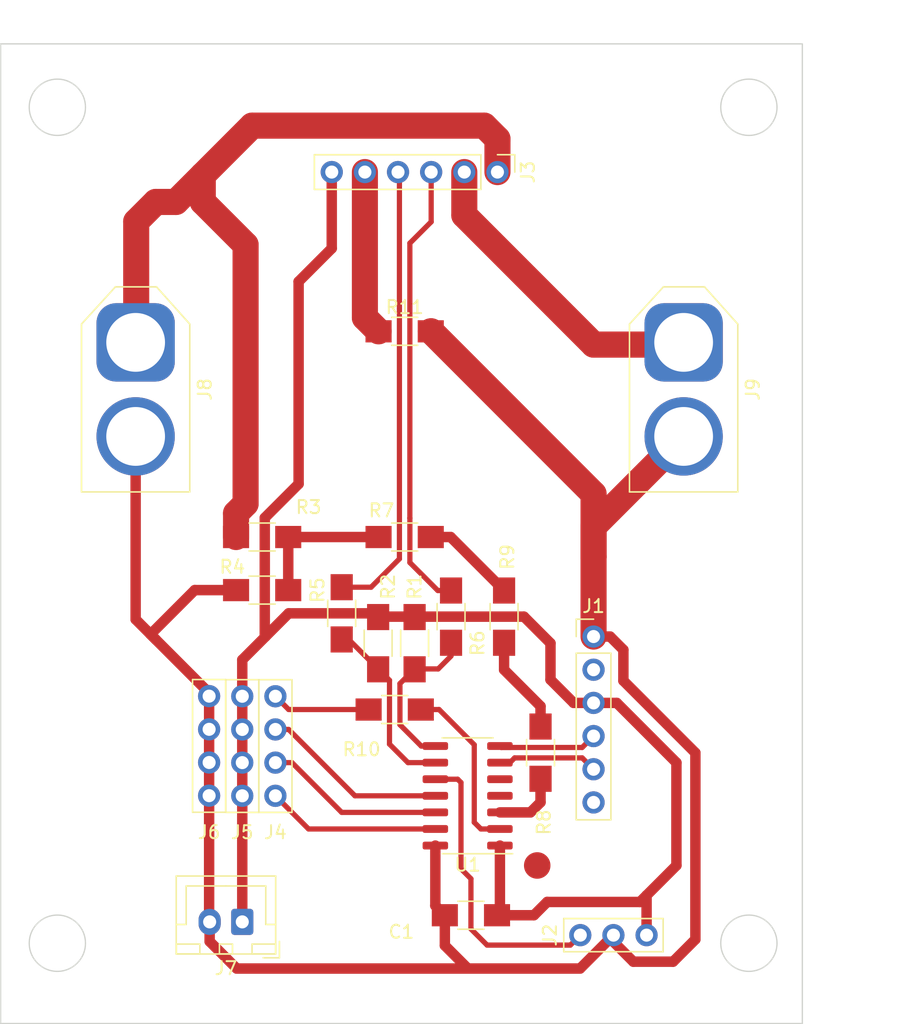
<source format=kicad_pcb>
(kicad_pcb (version 20211014) (generator pcbnew)
  (layers (0 "F.Cu" signal) (31 "B.Cu" signal) (34 "B.Paste" user) (35 "F.Paste" user) (36 "B.SilkS" user "B.Silkscreen") (37 "F.SilkS" user "F.Silkscreen") (38 "B.Mask" user) (39 "F.Mask" user) (44 "Edge.Cuts" user))
  (net 0 "")
  (net 1 "GND")
  (net 2 "+5V")
  (net 4 "TX")
  (net 5 "RX")
  (net 7 "UPDI")
  (net 8 "SCL")
  (net 9 "SDA")
  (net 10 "CH7")
  (net 11 "CH6")
  (net 12 "ESC")
  (net 13 "CH3")
  (net 14 "S-IN")
  (net 15 "S-OUT")
  (net 16 "Vin-")
  (net 17 "SOLAR")
  (net 18 "VREF")
  (footprint "fab:R_1206" (layer "F.Cu") (at 116.586 113.03 -90)
    (fp_text reference "R1" (at -4.318 -2.794 -90) (layer "F.SilkS"))
    (fp_text value "4.99kOhm")
    (fp_line (start -1 -1.07) (end 1 -1.07) (layer "F.SilkS") (width 0.12))
    (fp_line (start 1 1.07) (end -1 1.07) (layer "F.SilkS") (width 0.12))
    (pad "1" smd rect locked (at -2 0 270) (size 2 1.7) (layers "F.Cu" "F.Paste" "F.Mask") (net 2 "+5V"))
    (pad "2" smd rect locked (at 2 0 270) (size 2 1.7) (layers "F.Cu" "F.Paste" "F.Mask") (net 8 "SCL"))
  )
  (footprint "fab:R_1206" (layer "F.Cu") (at 117.856 118.11)
    (fp_text reference "R10" (at -2.54 3.048) (layer "F.SilkS"))
    (fp_text value "0 Ohm")
    (fp_line (start 1 1.07) (end -1 1.07) (layer "F.SilkS") (width 0.12))
    (fp_line (start -1 -1.07) (end 1 -1.07) (layer "F.SilkS") (width 0.12))
    (pad "1" smd rect locked (at -2 0) (size 2 1.7) (layers "F.Cu" "F.Paste" "F.Mask") (net 13 "CH3"))
    (pad "2" smd rect locked (at 2 0) (size 2 1.7) (layers "F.Cu" "F.Paste" "F.Mask") (net 13 "CH3"))
  )
  (footprint "fab:PinHeader_1x06_P2.54mm_Vertical_THT_D1mm" (layer "F.Cu") (at 133.096 112.522)
    (fp_text reference "J1" (at 0 -2.33) (layer "F.SilkS"))
    (fp_text value "FTDI")
    (fp_line (start -1.33 0) (end -1.33 -1.33) (layer "F.SilkS") (width 0.12))
    (fp_line (start 1.33 1.27) (end 1.33 14.03) (layer "F.SilkS") (width 0.12))
    (fp_line (start -1.33 14.03) (end 1.33 14.03) (layer "F.SilkS") (width 0.12))
    (fp_line (start -1.33 -1.33) (end 0 -1.33) (layer "F.SilkS") (width 0.12))
    (fp_line (start -1.33 1.27) (end -1.33 14.03) (layer "F.SilkS") (width 0.12))
    (fp_line (start -1.33 1.27) (end 1.33 1.27) (layer "F.SilkS") (width 0.12))
    (pad "1" thru_hole circle locked (at 0 0) (size 1.7 1.7) (drill 1) (layers *.Cu *.Mask) (net 1 "GND"))
    (pad "2" thru_hole oval locked (at 0 2.54) (size 1.7 1.7) (drill 1) (layers *.Cu *.Mask))
    (pad "3" thru_hole oval locked (at 0 5.08) (size 1.7 1.7) (drill 1) (layers *.Cu *.Mask) (net 2 "+5V"))
    (pad "4" thru_hole oval locked (at 0 7.62) (size 1.7 1.7) (drill 1) (layers *.Cu *.Mask) (net 4 "TX"))
    (pad "5" thru_hole oval locked (at 0 10.16) (size 1.7 1.7) (drill 1) (layers *.Cu *.Mask) (net 5 "RX"))
    (pad "6" thru_hole oval locked (at 0 12.7) (size 1.7 1.7) (drill 1) (layers *.Cu *.Mask))
  )
  (footprint "Connector_AMASS:AMASS_XT60-F_1x02_P7.20mm_Vertical" (layer "F.Cu") (at 140 90 -90)
    (fp_text reference "J9" (at 3.6 -5.3 90) (layer "F.SilkS"))
    (fp_text value "TO-ESC")
    (fp_line (start 11.45 4.15) (end 11.45 -4.15) (layer "F.SilkS") (width 0.12))
    (fp_line (start -4.25 1.55) (end -1.4 4.15) (layer "F.SilkS") (width 0.12))
    (fp_line (start -1.4 -4.15) (end -4.25 -1.6) (layer "F.SilkS") (width 0.12))
    (fp_line (start -1.4 4.15) (end 11.45 4.15) (layer "F.SilkS") (width 0.12))
    (fp_line (start 11.45 -4.15) (end -1.4 -4.15) (layer "F.SilkS") (width 0.12))
    (fp_line (start -4.25 -1.6) (end -4.25 1.55) (layer "F.SilkS") (width 0.12))
    (pad "1" thru_hole roundrect (at 0 0 270) (size 6 6) (drill 4.5) (layers *.Cu *.Mask) (net 16 "Vin-"))
    (pad "2" thru_hole circle (at 7.2 0 270) (size 6 6) (drill 4.5) (layers *.Cu *.Mask) (net 1 "GND"))
  )
  (footprint "fab:R_1206" (layer "F.Cu") (at 126.238 110.998 90)
    (fp_text reference "R9" (at 4.572 0.254 90) (layer "F.SilkS"))
    (fp_text value "0 Ohm")
    (fp_line (start 1 1.07) (end -1 1.07) (layer "F.SilkS") (width 0.12))
    (fp_line (start -1 -1.07) (end 1 -1.07) (layer "F.SilkS") (width 0.12))
    (pad "1" smd rect locked (at -2 0 90) (size 2 1.7) (layers "F.Cu" "F.Paste" "F.Mask") (net 18 "VREF"))
    (pad "2" smd rect locked (at 2 0 90) (size 2 1.7) (layers "F.Cu" "F.Paste" "F.Mask") (net 18 "VREF"))
  )
  (footprint "Connector_JST:JST_XH_B2B-XH-A_1x02_P2.50mm_Vertical" (layer "F.Cu") (at 106.172 134.366 180)
    (fp_text reference "J7" (at 1.25 -3.55) (layer "F.SilkS"))
    (fp_text value "BAT 5-9V")
    (fp_line (start -2.56 3.51) (end 5.06 3.51) (layer "F.SilkS") (width 0.12))
    (fp_line (start -1.6 -2.75) (end -2.85 -2.75) (layer "F.SilkS") (width 0.12))
    (fp_line (start 3.25 -2.45) (end 3.25 -1.7) (layer "F.SilkS") (width 0.12))
    (fp_line (start 0.75 -1.7) (end 1.75 -1.7) (layer "F.SilkS") (width 0.12))
    (fp_line (start -2.85 -2.75) (end -2.85 -1.5) (layer "F.SilkS") (width 0.12))
    (fp_line (start 1.75 -1.7) (end 1.75 -2.45) (layer "F.SilkS") (width 0.12))
    (fp_line (start 0.75 -2.45) (end 0.75 -1.7) (layer "F.SilkS") (width 0.12))
    (fp_line (start -0.75 -2.45) (end -2.55 -2.45) (layer "F.SilkS") (width 0.12))
    (fp_line (start -2.55 -1.7) (end -0.75 -1.7) (layer "F.SilkS") (width 0.12))
    (fp_line (start 5.05 -2.45) (end 3.25 -2.45) (layer "F.SilkS") (width 0.12))
    (fp_line (start 3.25 -1.7) (end 5.05 -1.7) (layer "F.SilkS") (width 0.12))
    (fp_line (start -2.55 -2.45) (end -2.55 -1.7) (layer "F.SilkS") (width 0.12))
    (fp_line (start 5.05 -0.2) (end 4.3 -0.2) (layer "F.SilkS") (width 0.12))
    (fp_line (start 4.3 -0.2) (end 4.3 2.75) (layer "F.SilkS") (width 0.12))
    (fp_line (start 5.05 -1.7) (end 5.05 -2.45) (layer "F.SilkS") (width 0.12))
    (fp_line (start -2.56 -2.46) (end -2.56 3.51) (layer "F.SilkS") (width 0.12))
    (fp_line (start -1.8 2.75) (end 1.25 2.75) (layer "F.SilkS") (width 0.12))
    (fp_line (start 1.75 -2.45) (end 0.75 -2.45) (layer "F.SilkS") (width 0.12))
    (fp_line (start 4.3 2.75) (end 1.25 2.75) (layer "F.SilkS") (width 0.12))
    (fp_line (start 5.06 -2.46) (end -2.56 -2.46) (layer "F.SilkS") (width 0.12))
    (fp_line (start 5.06 3.51) (end 5.06 -2.46) (layer "F.SilkS") (width 0.12))
    (fp_line (start -1.8 -0.2) (end -1.8 2.75) (layer "F.SilkS") (width 0.12))
    (fp_line (start -0.75 -1.7) (end -0.75 -2.45) (layer "F.SilkS") (width 0.12))
    (fp_line (start -2.55 -0.2) (end -1.8 -0.2) (layer "F.SilkS") (width 0.12))
    (pad "1" thru_hole roundrect (at 0 0 180) (size 1.7 2) (drill 1) (layers *.Cu *.Mask) (roundrect_rratio 0.1470588235) (net 2 "+5V"))
    (pad "2" thru_hole oval (at 2.5 0 180) (size 1.7 2) (drill 1) (layers *.Cu *.Mask) (net 1 "GND"))
  )
  (footprint "fab:R_1206" (layer "F.Cu") (at 119.38 113.03 90)
    (fp_text reference "R2" (at 4.318 -2.032 90) (layer "F.SilkS"))
    (fp_text value "4.99kOhm")
    (fp_line (start 1 1.07) (end -1 1.07) (layer "F.SilkS") (width 0.12))
    (fp_line (start -1 -1.07) (end 1 -1.07) (layer "F.SilkS") (width 0.12))
    (pad "1" smd rect locked (at -2 0 90) (size 2 1.7) (layers "F.Cu" "F.Paste" "F.Mask") (net 9 "SDA"))
    (pad "2" smd rect locked (at 2 0 90) (size 2 1.7) (layers "F.Cu" "F.Paste" "F.Mask") (net 2 "+5V"))
  )
  (footprint "Connector_AMASS:AMASS_XT60-F_1x02_P7.20mm_Vertical" (layer "F.Cu") (at 98 90 -90)
    (fp_text reference "J8" (at 3.6 -5.3 90) (layer "F.SilkS"))
    (fp_text value "IN-SOLAR")
    (fp_line (start -4.25 1.55) (end -1.4 4.15) (layer "F.SilkS") (width 0.12))
    (fp_line (start 11.45 -4.15) (end -1.4 -4.15) (layer "F.SilkS") (width 0.12))
    (fp_line (start -1.4 -4.15) (end -4.25 -1.6) (layer "F.SilkS") (width 0.12))
    (fp_line (start -1.4 4.15) (end 11.45 4.15) (layer "F.SilkS") (width 0.12))
    (fp_line (start -4.25 -1.6) (end -4.25 1.55) (layer "F.SilkS") (width 0.12))
    (fp_line (start 11.45 4.15) (end 11.45 -4.15) (layer "F.SilkS") (width 0.12))
    (pad "1" thru_hole roundrect (at 0 0 270) (size 6 6) (drill 4.5) (layers *.Cu *.Mask) (net 17 "SOLAR"))
    (pad "2" thru_hole circle (at 7.2 0 270) (size 6 6) (drill 4.5) (layers *.Cu *.Mask) (net 1 "GND"))
  )
  (footprint "fab:R_1206" (layer "F.Cu") (at 113.792 110.744 90)
    (fp_text reference "R5" (at 1.778 -1.85 90) (layer "F.SilkS"))
    (fp_text value "0 Ohm")
    (fp_line (start 1 1.07) (end -1 1.07) (layer "F.SilkS") (width 0.12))
    (fp_line (start -1 -1.07) (end 1 -1.07) (layer "F.SilkS") (width 0.12))
    (pad "1" smd rect locked (at -2 0 90) (size 2 1.7) (layers "F.Cu" "F.Paste" "F.Mask") (net 8 "SCL"))
    (pad "2" smd rect locked (at 2 0 90) (size 2 1.7) (layers "F.Cu" "F.Paste" "F.Mask") (net 8 "SCL"))
  )
  (footprint "fab:R_1206" (layer "F.Cu") (at 107.696 104.902)
    (fp_text reference "R3" (at 3.556 -2.286) (layer "F.SilkS"))
    (fp_text value "330K")
    (fp_line (start -1 -1.07) (end 1 -1.07) (layer "F.SilkS") (width 0.12))
    (fp_line (start 1 1.07) (end -1 1.07) (layer "F.SilkS") (width 0.12))
    (pad "1" smd rect locked (at -2 0) (size 2 1.7) (layers "F.Cu" "F.Paste" "F.Mask") (net 17 "SOLAR"))
    (pad "2" smd rect locked (at 2 0) (size 2 1.7) (layers "F.Cu" "F.Paste" "F.Mask") (net 18 "VREF"))
  )
  (footprint "fab:PinHeader_1x06_P2.54mm_Vertical_THT_D1mm" (layer "F.Cu") (at 125.73 76.962 -90)
    (fp_text reference "J3" (at 0 -2.33 90) (layer "F.SilkS"))
    (fp_text value "I2C")
    (fp_line (start -1.33 -1.33) (end 0 -1.33) (layer "F.SilkS") (width 0.12))
    (fp_line (start -1.33 1.27) (end 1.33 1.27) (layer "F.SilkS") (width 0.12))
    (fp_line (start -1.33 1.27) (end -1.33 14.03) (layer "F.SilkS") (width 0.12))
    (fp_line (start -1.33 0) (end -1.33 -1.33) (layer "F.SilkS") (width 0.12))
    (fp_line (start -1.33 14.03) (end 1.33 14.03) (layer "F.SilkS") (width 0.12))
    (fp_line (start 1.33 1.27) (end 1.33 14.03) (layer "F.SilkS") (width 0.12))
    (pad "1" thru_hole circle locked (at 0 0 270) (size 1.7 1.7) (drill 1) (layers *.Cu *.Mask) (net 17 "SOLAR"))
    (pad "2" thru_hole oval locked (at 0 2.54 270) (size 1.7 1.7) (drill 1) (layers *.Cu *.Mask) (net 16 "Vin-"))
    (pad "3" thru_hole oval locked (at 0 5.08 270) (size 1.7 1.7) (drill 1) (layers *.Cu *.Mask) (net 9 "SDA"))
    (pad "4" thru_hole oval locked (at 0 7.62 270) (size 1.7 1.7) (drill 1) (layers *.Cu *.Mask) (net 8 "SCL"))
    (pad "5" thru_hole oval locked (at 0 10.16 270) (size 1.7 1.7) (drill 1) (layers *.Cu *.Mask) (net 1 "GND"))
    (pad "6" thru_hole oval locked (at 0 12.7 270) (size 1.7 1.7) (drill 1) (layers *.Cu *.Mask) (net 2 "+5V"))
  )
  (footprint "fab:PinHeader_1x04_P2.54mm_Vertical_THT_D1mm" (layer "F.Cu") (at 108.712 117.094)
    (fp_text reference "J4" (at 0 10.414) (layer "F.SilkS"))
    (fp_text value "Servo Signal")
    (fp_line (start -1.27 -1.27) (end -1.27 8.89) (layer "F.SilkS") (width 0.12))
    (fp_line (start -1.27 -1.27) (end 1.27 -1.27) (layer "F.SilkS") (width 0.12))
    (fp_line (start -1.27 8.89) (end 1.27 8.89) (layer "F.SilkS") (width 0.12))
    (fp_line (start 1.27 -1.27) (end 1.27 8.89) (layer "F.SilkS") (width 0.12))
    (pad "1" thru_hole oval locked (at 0 0) (size 1.7 1.7) (drill 1) (layers *.Cu *.Mask) (net 13 "CH3"))
    (pad "2" thru_hole oval locked (at 0 2.54) (size 1.7 1.7) (drill 1) (layers *.Cu *.Mask) (net 10 "CH7"))
    (pad "3" thru_hole oval locked (at 0 5.08) (size 1.7 1.7) (drill 1) (layers *.Cu *.Mask) (net 11 "CH6"))
    (pad "4" thru_hole oval locked (at 0 7.62) (size 1.7 1.7) (drill 1) (layers *.Cu *.Mask) (net 12 "ESC"))
  )
  (footprint "fab:R_1206" (layer "F.Cu") (at 118.618 104.902)
    (fp_text reference "R7" (at -1.778 -2.032) (layer "F.SilkS"))
    (fp_text value "0 Ohm")
    (fp_line (start 1 1.07) (end -1 1.07) (layer "F.SilkS") (width 0.12))
    (fp_line (start -1 -1.07) (end 1 -1.07) (layer "F.SilkS") (width 0.12))
    (pad "1" smd rect locked (at -2 0) (size 2 1.7) (layers "F.Cu" "F.Paste" "F.Mask") (net 18 "VREF"))
    (pad "2" smd rect locked (at 2 0) (size 2 1.7) (layers "F.Cu" "F.Paste" "F.Mask") (net 18 "VREF"))
  )
  (footprint "Package_SO:SOIC-14_3.9x8.7mm_P1.27mm" (layer "F.Cu") (at 123.444 124.714 180)
    (fp_text reference "U1" (at 0 -5.28) (layer "F.SilkS"))
    (fp_text value "ATtiny1614-SS")
    (fp_line (start 0 4.435) (end 1.95 4.435) (layer "F.SilkS") (width 0.12))
    (fp_line (start 0 -4.435) (end 1.95 -4.435) (layer "F.SilkS") (width 0.12))
    (fp_line (start 0 4.435) (end -1.95 4.435) (layer "F.SilkS") (width 0.12))
    (fp_line (start 0 -4.435) (end -3.45 -4.435) (layer "F.SilkS") (width 0.12))
    (pad "1" smd roundrect (at -2.475 -3.81 180) (size 1.95 0.6) (layers "F.Cu" "F.Paste" "F.Mask") (net 2 "+5V"))
    (pad "2" smd roundrect (at -2.475 -2.54 180) (size 1.95 0.6) (layers "F.Cu" "F.Paste" "F.Mask") (net 13 "CH3"))
    (pad "3" smd roundrect (at -2.475 -1.27 180) (size 1.95 0.6) (layers "F.Cu" "F.Paste" "F.Mask") (net 18 "VREF"))
    (pad "4" smd roundrect (at -2.475 0 180) (size 1.95 0.6) (layers "F.Cu" "F.Paste" "F.Mask") (net 14 "S-IN"))
    (pad "5" smd roundrect (at -2.475 1.27 180) (size 1.95 0.6) (layers "F.Cu" "F.Paste" "F.Mask") (net 15 "S-OUT"))
    (pad "6" smd roundrect (at -2.475 2.54 180) (size 1.95 0.6) (layers "F.Cu" "F.Paste" "F.Mask") (net 5 "RX"))
    (pad "7" smd roundrect (at -2.475 3.81 180) (size 1.95 0.6) (layers "F.Cu" "F.Paste" "F.Mask") (net 4 "TX"))
    (pad "8" smd roundrect (at 2.475 3.81 180) (size 1.95 0.6) (layers "F.Cu" "F.Paste" "F.Mask") (net 9 "SDA"))
    (pad "9" smd roundrect (at 2.475 2.54 180) (size 1.95 0.6) (layers "F.Cu" "F.Paste" "F.Mask") (net 8 "SCL"))
    (pad "10" smd roundrect (at 2.475 1.27 180) (size 1.95 0.6) (layers "F.Cu" "F.Paste" "F.Mask") (net 7 "UPDI"))
    (pad "11" smd roundrect (at 2.475 0 180) (size 1.95 0.6) (layers "F.Cu" "F.Paste" "F.Mask") (net 10 "CH7"))
    (pad "12" smd roundrect (at 2.475 -1.27 180) (size 1.95 0.6) (layers "F.Cu" "F.Paste" "F.Mask") (net 11 "CH6"))
    (pad "13" smd roundrect (at 2.475 -2.54 180) (size 1.95 0.6) (layers "F.Cu" "F.Paste" "F.Mask") (net 12 "ESC"))
    (pad "14" smd roundrect (at 2.475 -3.81 180) (size 1.95 0.6) (layers "F.Cu" "F.Paste" "F.Mask") (net 1 "GND"))
  )
  (footprint "fab:C_1206" (layer "F.Cu") (at 123.698 133.858 180)
    (fp_text reference "C1" (at 5.334 -1.27) (layer "F.SilkS"))
    (fp_text value "1uF")
    (fp_line (start -1 -1.07) (end 1 -1.07) (layer "F.SilkS") (width 0.12))
    (fp_line (start 1 1.07) (end -1 1.07) (layer "F.SilkS") (width 0.12))
    (pad "1" smd rect locked (at -2 0 180) (size 2 1.7) (layers "F.Cu" "F.Paste" "F.Mask") (net 2 "+5V"))
    (pad "2" smd rect locked (at 2 0 180) (size 2 1.7) (layers "F.Cu" "F.Paste" "F.Mask") (net 1 "GND"))
  )
  (footprint "fab:PinHeader_1x04_P2.54mm_Vertical_THT_D1mm" (layer "F.Cu") (at 106.172 124.714 180)
    (fp_text reference "J5" (at 0 -2.794) (layer "F.SilkS"))
    (fp_text value "Servo +5V")
    (fp_line (start 1.27 -1.27) (end 1.27 8.89) (layer "F.SilkS") (width 0.12))
    (fp_line (start -1.27 -1.27) (end 1.27 -1.27) (layer "F.SilkS") (width 0.12))
    (fp_line (start -1.27 8.89) (end 1.27 8.89) (layer "F.SilkS") (width 0.12))
    (fp_line (start -1.27 -1.27) (end -1.27 8.89) (layer "F.SilkS") (width 0.12))
    (pad "1" thru_hole oval locked (at 0 0 180) (size 1.7 1.7) (drill 1) (layers *.Cu *.Mask) (net 2 "+5V"))
    (pad "2" thru_hole oval locked (at 0 2.54 180) (size 1.7 1.7) (drill 1) (layers *.Cu *.Mask) (net 2 "+5V"))
    (pad "3" thru_hole oval locked (at 0 5.08 180) (size 1.7 1.7) (drill 1) (layers *.Cu *.Mask) (net 2 "+5V"))
    (pad "4" thru_hole oval locked (at 0 7.62 180) (size 1.7 1.7) (drill 1) (layers *.Cu *.Mask) (net 2 "+5V"))
  )
  (footprint "fab:R_1206" (layer "F.Cu") (at 129.032 121.412 90)
    (fp_text reference "R8" (at -5.334 0.254 90) (layer "F.SilkS"))
    (fp_text value "0 Ohm")
    (fp_line (start -1 -1.07) (end 1 -1.07) (layer "F.SilkS") (width 0.12))
    (fp_line (start 1 1.07) (end -1 1.07) (layer "F.SilkS") (width 0.12))
    (pad "1" smd rect locked (at -2 0 90) (size 2 1.7) (layers "F.Cu" "F.Paste" "F.Mask") (net 18 "VREF"))
    (pad "2" smd rect locked (at 2 0 90) (size 2 1.7) (layers "F.Cu" "F.Paste" "F.Mask") (net 18 "VREF"))
  )
  (footprint "fab:PinHeader_1x03_P2.54mm_Vertical_THT_D1mm" (layer "F.Cu") (at 132.08 135.382 90)
    (fp_text reference "J2" (at 0 -2.33 90) (layer "F.SilkS"))
    (fp_text value "UPDI")
    (fp_line (start 1.27 -1.27) (end 1.27 6.35) (layer "F.SilkS") (width 0.12))
    (fp_line (start -1.27 -1.27) (end 1.27 -1.27) (layer "F.SilkS") (width 0.12))
    (fp_line (start -1.27 6.35) (end 1.27 6.35) (layer "F.SilkS") (width 0.12))
    (fp_line (start -1.27 -1.27) (end -1.27 6.35) (layer "F.SilkS") (width 0.12))
    (pad "1" thru_hole oval locked (at 0 0 90) (size 1.7 1.7) (drill 1) (layers *.Cu *.Mask) (net 7 "UPDI"))
    (pad "2" thru_hole oval locked (at 0 2.54 90) (size 1.7 1.7) (drill 1) (layers *.Cu *.Mask) (net 1 "GND"))
    (pad "3" thru_hole oval locked (at 0 5.08 90) (size 1.7 1.7) (drill 1) (layers *.Cu *.Mask) (net 2 "+5V"))
  )
  (footprint "fab:R_1206" (layer "F.Cu") (at 118.618 89.154)
    (fp_text reference "R11" (at 0 -1.85) (layer "F.SilkS"))
    (fp_text value "0 Ohm")
    (fp_line (start 1 1.07) (end -1 1.07) (layer "F.SilkS") (width 0.12))
    (fp_line (start -1 -1.07) (end 1 -1.07) (layer "F.SilkS") (width 0.12))
    (pad "1" smd rect locked (at -2 0) (size 2 1.7) (layers "F.Cu" "F.Paste" "F.Mask") (net 1 "GND"))
    (pad "2" smd rect locked (at 2 0) (size 2 1.7) (layers "F.Cu" "F.Paste" "F.Mask") (net 1 "GND"))
  )
  (footprint "fab:R_1206" (layer "F.Cu") (at 107.696 108.966 180)
    (fp_text reference "R4" (at 2.286 1.778) (layer "F.SilkS"))
    (fp_text value "6.8K")
    (fp_line (start -1 -1.07) (end 1 -1.07) (layer "F.SilkS") (width 0.12))
    (fp_line (start 1 1.07) (end -1 1.07) (layer "F.SilkS") (width 0.12))
    (pad "1" smd rect locked (at -2 0 180) (size 2 1.7) (layers "F.Cu" "F.Paste" "F.Mask") (net 18 "VREF"))
    (pad "2" smd rect locked (at 2 0 180) (size 2 1.7) (layers "F.Cu" "F.Paste" "F.Mask") (net 1 "GND"))
  )
  (footprint "fab:PinHeader_1x04_P2.54mm_Vertical_THT_D1mm" (layer "F.Cu") (at 103.632 124.704 180)
    (fp_text reference "J6" (at 0 -2.794) (layer "F.SilkS"))
    (fp_text value "Servo GND")
    (fp_line (start -1.27 -1.27) (end 1.27 -1.27) (layer "F.SilkS") (width 0.12))
    (fp_line (start 1.27 -1.27) (end 1.27 8.89) (layer "F.SilkS") (width 0.12))
    (fp_line (start -1.27 8.89) (end 1.27 8.89) (layer "F.SilkS") (width 0.12))
    (fp_line (start -1.27 -1.27) (end -1.27 8.89) (layer "F.SilkS") (width 0.12))
    (pad "1" thru_hole oval locked (at 0 0 180) (size 1.7 1.7) (drill 1) (layers *.Cu *.Mask) (net 1 "GND"))
    (pad "2" thru_hole oval locked (at 0 2.54 180) (size 1.7 1.7) (drill 1) (layers *.Cu *.Mask) (net 1 "GND"))
    (pad "3" thru_hole oval locked (at 0 5.08 180) (size 1.7 1.7) (drill 1) (layers *.Cu *.Mask) (net 1 "GND"))
    (pad "4" thru_hole oval locked (at 0 7.62 180) (size 1.7 1.7) (drill 1) (layers *.Cu *.Mask) (net 1 "GND"))
  )
  (footprint "fab:R_1206" (layer "F.Cu") (at 122.174 110.998 -90)
    (fp_text reference "R6" (at 2.032 -2.032 -90) (layer "F.SilkS"))
    (fp_text value "0 Ohm")
    (fp_line (start -1 -1.07) (end 1 -1.07) (layer "F.SilkS") (width 0.12))
    (fp_line (start 1 1.07) (end -1 1.07) (layer "F.SilkS") (width 0.12))
    (pad "1" smd rect locked (at -2 0 270) (size 2 1.7) (layers "F.Cu" "F.Paste" "F.Mask") (net 9 "SDA"))
    (pad "2" smd rect locked (at 2 0 270) (size 2 1.7) (layers "F.Cu" "F.Paste" "F.Mask") (net 9 "SDA"))
  )
  (gr_circle (center 128.778 130.048) (end 129.69381 130.048) (layer "F.Cu") (width 0.2) (fill solid))
  (gr_circle (center 145 136) (end 147.155261 136) (layer "Edge.Cuts") (width 0.1) (fill none))
  (gr_circle (center 145 72) (end 147.155261 72) (layer "Edge.Cuts") (width 0.1) (fill none))
  (gr_rect (start 87.654 67.148) (end 149.098 142.148) (layer "Edge.Cuts") (width 0.1) (fill none))
  (gr_circle (center 92 72) (end 94.155261 72) (layer "Edge.Cuts") (width 0.1) (fill none))
  (gr_circle (center 92 136) (end 94.155261 136) (layer "Edge.Cuts") (width 0.1) (fill none))
  (segment (start 102.528 108.966) (end 105.696 108.966) (width 0.8) (layer "F.Cu") (net 1))
  (segment (start 115.57 76.962) (end 115.57 88.106) (width 2) (layer "F.Cu") (net 1))
  (segment (start 133.096 101.6) (end 133.096 106.426) (width 2) (layer "F.Cu") (net 1))
  (segment (start 133.096 106.426) (end 133.096 112.522) (width 2) (layer "F.Cu") (net 1))
  (segment (start 103.632 134.326) (end 103.672 134.366) (width 0.8) (layer "F.Cu") (net 1))
  (segment (start 121.698 133.858) (end 120.969 133.129) (width 0.8) (layer "F.Cu") (net 1))
  (segment (start 105.74448 137.93848) (end 123.46048 137.93848) (width 0.8) (layer "F.Cu") (net 1))
  (segment (start 133.096 112.522) (end 133.604 112.522) (width 0.8) (layer "F.Cu") (net 1))
  (segment (start 133.096 106.426) (end 133.096 104.104) (width 2) (layer "F.Cu") (net 1))
  (segment (start 115.57 88.106) (end 116.618 89.154) (width 2) (layer "F.Cu") (net 1))
  (segment (start 134.62 135.89) (end 136.144 137.414) (width 0.8) (layer "F.Cu") (net 1))
  (segment (start 132.06352 137.93848) (end 134.62 135.382) (width 0.8) (layer "F.Cu") (net 1))
  (segment (start 136.144 137.414) (end 139.192 137.414) (width 0.8) (layer "F.Cu") (net 1))
  (segment (start 134.62 135.382) (end 134.62 135.89) (width 0.8) (layer "F.Cu") (net 1))
  (segment (start 103.672 134.366) (end 103.672 135.866) (width 0.8) (layer "F.Cu") (net 1))
  (segment (start 121.698 133.858) (end 121.698 136.176) (width 0.8) (layer "F.Cu") (net 1))
  (segment (start 121.698 136.176) (end 123.46048 137.93848) (width 0.8) (layer "F.Cu") (net 1))
  (segment (start 140.89952 135.70648) (end 140.89952 121.423142) (width 0.8) (layer "F.Cu") (net 1))
  (segment (start 134.366 112.522) (end 133.096 112.522) (width 0.8) (layer "F.Cu") (net 1))
  (segment (start 133.096 104.104) (end 140 97.2) (width 2) (layer "F.Cu") (net 1))
  (segment (start 99.143 112.351) (end 102.528 108.966) (width 0.8) (layer "F.Cu") (net 1))
  (segment (start 120.969 133.129) (end 120.969 128.524) (width 0.8) (layer "F.Cu") (net 1))
  (segment (start 135.382 113.538) (end 134.366 112.522) (width 0.8) (layer "F.Cu") (net 1))
  (segment (start 98 97.2) (end 98 111.208) (width 0.8) (layer "F.Cu") (net 1))
  (segment (start 135.382 115.905622) (end 135.382 113.538) (width 0.8) (layer "F.Cu") (net 1))
  (segment (start 120.618 89.154) (end 120.65 89.154) (width 2) (layer "F.Cu") (net 1))
  (segment (start 120.65 89.154) (end 133.096 101.6) (width 2) (layer "F.Cu") (net 1))
  (segment (start 99.143 112.351) (end 103.632 116.84) (width 0.8) (layer "F.Cu") (net 1))
  (segment (start 103.632 116.84) (end 103.632 134.326) (width 0.8) (layer "F.Cu") (net 1))
  (segment (start 140.89952 121.423142) (end 135.382 115.905622) (width 0.8) (layer "F.Cu") (net 1))
  (segment (start 123.46048 137.93848) (end 132.06352 137.93848) (width 0.8) (layer "F.Cu") (net 1))
  (segment (start 103.672 135.866) (end 105.74448 137.93848) (width 0.8) (layer "F.Cu") (net 1))
  (segment (start 139.192 137.414) (end 140.89952 135.70648) (width 0.8) (layer "F.Cu") (net 1))
  (segment (start 98 111.208) (end 99.568 112.776) (width 0.8) (layer "F.Cu") (net 1))
  (segment (start 113.03 82.804) (end 110.49 85.344) (width 0.8) (layer "F.Cu") (net 2))
  (segment (start 129.794 115.824) (end 129.794 113.03) (width 0.8) (layer "F.Cu") (net 2))
  (segment (start 139.446 130.048) (end 139.446 122.174) (width 0.8) (layer "F.Cu") (net 2))
  (segment (start 107.896489 112.468489) (end 107.95 112.522) (width 0.8) (layer "F.Cu") (net 2))
  (segment (start 137.16 132.334) (end 139.446 130.048) (width 0.8) (layer "F.Cu") (net 2))
  (segment (start 119.412 110.998) (end 119.38 111.03) (width 0.8) (layer "F.Cu") (net 2))
  (segment (start 107.896489 103.431511) (end 107.896489 112.468489) (width 0.8) (layer "F.Cu") (net 2))
  (segment (start 129.794 113.03) (end 127.762 110.998) (width 0.8) (layer "F.Cu") (net 2))
  (segment (start 131.572 117.602) (end 129.794 115.824) (width 0.8) (layer "F.Cu") (net 2))
  (segment (start 125.919 133.637) (end 125.698 133.858) (width 0.8) (layer "F.Cu") (net 2))
  (segment (start 136.652 132.842) (end 137.16 132.334) (width 0.8) (layer "F.Cu") (net 2))
  (segment (start 139.446 122.174) (end 134.874 117.602) (width 0.8) (layer "F.Cu") (net 2))
  (segment (start 137.16 135.382) (end 137.16 132.334) (width 0.8) (layer "F.Cu") (net 2))
  (segment (start 106.172 114.3) (end 107.95 112.522) (width 0.8) (layer "F.Cu") (net 2))
  (segment (start 133.096 117.602) (end 131.572 117.602) (width 0.8) (layer "F.Cu") (net 2))
  (segment (start 106.172 134.366) (end 106.172 114.3) (width 0.8) (layer "F.Cu") (net 2))
  (segment (start 110.49 85.344) (end 110.49 100.838) (width 0.8) (layer "F.Cu") (net 2))
  (segment (start 116.3 110.744) (end 116.586 111.03) (width 0.8) (layer "F.Cu") (net 2))
  (segment (start 125.698 133.858) (end 128.524 133.858) (width 0.8) (layer "F.Cu") (net 2))
  (segment (start 110.49 100.838) (end 107.896489 103.431511) (width 0.8) (layer "F.Cu") (net 2))
  (segment (start 109.728 110.744) (end 116.3 110.744) (width 0.8) (layer "F.Cu") (net 2))
  (segment (start 107.95 112.522) (end 109.728 110.744) (width 0.8) (layer "F.Cu") (net 2))
  (segment (start 113.03 76.962) (end 113.03 82.804) (width 0.8) (layer "F.Cu") (net 2))
  (segment (start 132.842 117.602) (end 133.096 117.602) (width 0.8) (layer "F.Cu") (net 2))
  (segment (start 116.257022 110.998) (end 119.708978 110.998) (width 0.8) (layer "F.Cu") (net 2))
  (segment (start 129.54 132.842) (end 136.652 132.842) (width 0.8) (layer "F.Cu") (net 2))
  (segment (start 127.762 110.998) (end 119.412 110.998) (width 0.8) (layer "F.Cu") (net 2))
  (segment (start 134.874 117.602) (end 133.096 117.602) (width 0.8) (layer "F.Cu") (net 2))
  (segment (start 125.919 128.524) (end 125.919 133.637) (width 0.8) (layer "F.Cu") (net 2))
  (segment (start 128.524 133.858) (end 129.54 132.842) (width 0.8) (layer "F.Cu") (net 2))
  (segment (start 132.225031 121.012969) (end 133.096 120.142) (width 0.4) (layer "F.Cu") (net 4))
  (segment (start 125.919 120.904) (end 126.027969 121.012969) (width 0.4) (layer "F.Cu") (net 4))
  (segment (start 126.027969 121.012969) (end 132.225031 121.012969) (width 0.4) (layer "F.Cu") (net 4))
  (segment (start 125.919 122.174) (end 126.683981 122.174) (width 0.4) (layer "F.Cu") (net 5))
  (segment (start 126.683981 122.174) (end 127.045492 121.812489) (width 0.4) (layer "F.Cu") (net 5))
  (segment (start 127.045492 121.812489) (end 132.226489 121.812489) (width 0.4) (layer "F.Cu") (net 5))
  (segment (start 132.226489 121.812489) (end 133.096 122.682) (width 0.4) (layer "F.Cu") (net 5))
  (segment (start 124.934978 136.144) (end 123.698 134.907022) (width 0.4) (layer "F.Cu") (net 7))
  (segment (start 132.08 135.382) (end 131.318 136.144) (width 0.4) (layer "F.Cu") (net 7))
  (segment (start 123.698 134.907022) (end 123.698 131.064) (width 0.4) (layer "F.Cu") (net 7))
  (segment (start 122.936 123.698) (end 122.682 123.444) (width 0.4) (layer "F.Cu") (net 7))
  (segment (start 122.682 123.444) (end 120.969 123.444) (width 0.4) (layer "F.Cu") (net 7))
  (segment (start 131.318 136.144) (end 124.934978 136.144) (width 0.4) (layer "F.Cu") (net 7))
  (segment (start 123.698 131.064) (end 122.936 130.302) (width 0.4) (layer "F.Cu") (net 7))
  (segment (start 122.936 130.302) (end 122.936 123.698) (width 0.4) (layer "F.Cu") (net 7))
  (segment (start 120.204019 123.444) (end 120.969 123.444) (width 0.4) (layer "F.Cu") (net 7))
  (segment (start 113.792 112.744) (end 114.3295 112.744) (width 0.4) (layer "F.Cu") (net 8))
  (segment (start 117.455511 120.757511) (end 118.872 122.174) (width 0.4) (layer "F.Cu") (net 8))
  (segment (start 118.217511 106.572489) (end 116.046 108.744) (width 0.4) (layer "F.Cu") (net 8))
  (segment (start 117.455511 115.870011) (end 117.455511 120.757511) (width 0.4) (layer "F.Cu") (net 8))
  (segment (start 118.11 76.962) (end 118.217511 77.069511) (width 0.4) (layer "F.Cu") (net 8))
  (segment (start 114.3295 112.744) (end 117.455511 115.870011) (width 0.4) (layer "F.Cu") (net 8))
  (segment (start 118.872 122.174) (end 120.969 122.174) (width 0.4) (layer "F.Cu") (net 8))
  (segment (start 118.217511 77.069511) (end 118.217511 106.572489) (width 0.4) (layer "F.Cu") (net 8))
  (segment (start 116.046 108.744) (end 113.792 108.744) (width 0.4) (layer "F.Cu") (net 8))
  (segment (start 119.018489 106.858489) (end 121.158 108.998) (width 0.4) (layer "F.Cu") (net 9))
  (segment (start 121.158 108.998) (end 122.174 108.998) (width 0.4) (layer "F.Cu") (net 9))
  (segment (start 120.65 76.962) (end 120.65 80.772) (width 0.4) (layer "F.Cu") (net 9))
  (segment (start 119.38 115.0005) (end 121.1875 115.0005) (width 0.4) (layer "F.Cu") (net 9))
  (segment (start 118.256489 119.272489) (end 119.888 120.904) (width 0.4) (layer "F.Cu") (net 9))
  (segment (start 119.017031 103.451031) (end 119.018489 103.452489) (width 0.4) (layer "F.Cu") (net 9))
  (segment (start 121.1875 115.0005) (end 122.174 114.014) (width 0.4) (layer "F.Cu") (net 9))
  (segment (start 119.888 120.904) (end 120.969 120.904) (width 0.4) (layer "F.Cu") (net 9))
  (segment (start 119.018489 103.452489) (end 119.018489 106.858489) (width 0.4) (layer "F.Cu") (net 9))
  (segment (start 120.65 80.772) (end 119.017031 82.404969) (width 0.4) (layer "F.Cu") (net 9))
  (segment (start 119.38 115.0005) (end 118.256489 116.124011) (width 0.4) (layer "F.Cu") (net 9))
  (segment (start 118.256489 116.124011) (end 118.256489 119.272489) (width 0.4) (layer "F.Cu") (net 9))
  (segment (start 119.017031 82.404969) (end 119.017031 103.451031) (width 0.4) (layer "F.Cu") (net 9))
  (segment (start 120.969 124.714) (end 114.808 124.714) (width 0.4) (layer "F.Cu") (net 10))
  (segment (start 109.728 119.634) (end 108.712 119.634) (width 0.4) (layer "F.Cu") (net 10))
  (segment (start 114.808 124.714) (end 109.728 119.634) (width 0.4) (layer "F.Cu") (net 10))
  (segment (start 108.712 122.174) (end 109.982 122.174) (width 0.4) (layer "F.Cu") (net 11))
  (segment (start 113.792 125.984) (end 120.969 125.984) (width 0.4) (layer "F.Cu") (net 11))
  (segment (start 109.982 122.174) (end 113.792 125.984) (width 0.4) (layer "F.Cu") (net 11))
  (segment (start 108.712 124.714) (end 111.252 127.254) (width 0.4) (layer "F.Cu") (net 12))
  (segment (start 111.252 127.254) (end 120.969 127.254) (width 0.4) (layer "F.Cu") (net 12))
  (segment (start 121.256 118.11) (end 123.952 120.806) (width 0.4) (layer "F.Cu") (net 13))
  (segment (start 108.712 117.094) (end 109.728 118.11) (width 0.4) (layer "F.Cu") (net 13))
  (segment (start 123.952 126.746) (end 124.46 127.254) (width 0.4) (layer "F.Cu") (net 13))
  (segment (start 124.46 127.254) (end 125.919 127.254) (width 0.4) (layer "F.Cu") (net 13))
  (segment (start 109.728 118.11) (end 115.856 118.11) (width 0.4) (layer "F.Cu") (net 13))
  (segment (start 123.952 120.806) (end 123.952 126.746) (width 0.4) (layer "F.Cu") (net 13))
  (segment (start 119.856 118.11) (end 121.256 118.11) (width 0.4) (layer "F.Cu") (net 13))
  (segment (start 123.19 80.264) (end 133.096 90.17) (width 2) (layer "F.Cu") (net 16))
  (segment (start 123.19 76.962) (end 123.19 80.264) (width 2) (layer "F.Cu") (net 16))
  (segment (start 133.096 90.17) (end 137.624 90.17) (width 2) (layer "F.Cu") (net 16))
  (segment (start 125.73 74.422) (end 125.73 76.962) (width 2) (layer "F.Cu") (net 17))
  (segment (start 103.146 77.194) (end 106.934 73.406) (width 2) (layer "F.Cu") (net 17))
  (segment (start 106.426 82.528) (end 103.146 79.248) (width 2) (layer "F.Cu") (net 17))
  (segment (start 101.092 79.248) (end 103.146 77.194) (width 2) (layer "F.Cu") (net 17))
  (segment (start 98.044 89.364) (end 98.044 80.75) (width 2) (layer "F.Cu") (net 17))
  (segment (start 98.044 80.75) (end 99.546 79.248) (width 2) (layer "F.Cu") (net 17))
  (segment (start 105.696 104.902) (end 105.696 103.087095) (width 2) (layer "F.Cu") (net 17))
  (segment (start 99.546 79.248) (end 101.092 79.248) (width 2) (layer "F.Cu") (net 17))
  (segment (start 124.714 73.406) (end 125.73 74.422) (width 2) (layer "F.Cu") (net 17))
  (segment (start 106.426 102.357095) (end 106.426 82.528) (width 2) (layer "F.Cu") (net 17))
  (segment (start 103.146 79.248) (end 103.146 77.194) (width 2) (layer "F.Cu") (net 17))
  (segment (start 105.696 103.087095) (end 106.426 102.357095) (width 2) (layer "F.Cu") (net 17))
  (segment (start 106.934 73.406) (end 124.714 73.406) (width 2) (layer "F.Cu") (net 17))
  (segment (start 125.919 125.984) (end 128.26 125.984) (width 0.8) (layer "F.Cu") (net 18))
  (segment (start 109.696 104.902) (end 116.618 104.902) (width 0.8) (layer "F.Cu") (net 18))
  (segment (start 126.238 112.998) (end 126.238 115.062) (width 0.8) (layer "F.Cu") (net 18))
  (segment (start 109.696 108.966) (end 109.696 104.902) (width 0.8) (layer "F.Cu") (net 18))
  (segment (start 126.238 115.062) (end 129.032 117.856) (width 0.8) (layer "F.Cu") (net 18))
  (segment (start 122.142 104.902) (end 126.238 108.998) (width 0.8) (layer "F.Cu") (net 18))
  (segment (start 129.032 125.212) (end 129.032 123.412) (width 0.8) (layer "F.Cu") (net 18))
  (segment (start 129.032 117.856) (end 129.032 119.412) (width 0.8) (layer "F.Cu") (net 18))
  (segment (start 128.26 125.984) (end 129.032 125.212) (width 0.8) (layer "F.Cu") (net 18))
  (segment (start 120.618 104.902) (end 122.142 104.902) (width 0.8) (layer "F.Cu") (net 18))
)
</source>
